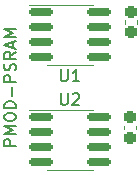
<source format=gto>
G04 #@! TF.GenerationSoftware,KiCad,Pcbnew,6.0.1*
G04 #@! TF.CreationDate,2022-02-12T22:05:26-08:00*
G04 #@! TF.ProjectId,PMOD-PSRAM,504d4f44-2d50-4535-9241-4d2e6b696361,rev?*
G04 #@! TF.SameCoordinates,Original*
G04 #@! TF.FileFunction,Legend,Top*
G04 #@! TF.FilePolarity,Positive*
%FSLAX46Y46*%
G04 Gerber Fmt 4.6, Leading zero omitted, Abs format (unit mm)*
G04 Created by KiCad (PCBNEW 6.0.1) date 2022-02-12 22:05:26*
%MOMM*%
%LPD*%
G01*
G04 APERTURE LIST*
G04 Aperture macros list*
%AMRoundRect*
0 Rectangle with rounded corners*
0 $1 Rounding radius*
0 $2 $3 $4 $5 $6 $7 $8 $9 X,Y pos of 4 corners*
0 Add a 4 corners polygon primitive as box body*
4,1,4,$2,$3,$4,$5,$6,$7,$8,$9,$2,$3,0*
0 Add four circle primitives for the rounded corners*
1,1,$1+$1,$2,$3*
1,1,$1+$1,$4,$5*
1,1,$1+$1,$6,$7*
1,1,$1+$1,$8,$9*
0 Add four rect primitives between the rounded corners*
20,1,$1+$1,$2,$3,$4,$5,0*
20,1,$1+$1,$4,$5,$6,$7,0*
20,1,$1+$1,$6,$7,$8,$9,0*
20,1,$1+$1,$8,$9,$2,$3,0*%
G04 Aperture macros list end*
%ADD10C,0.150000*%
%ADD11C,0.120000*%
%ADD12RoundRect,0.237500X-0.237500X0.300000X-0.237500X-0.300000X0.237500X-0.300000X0.237500X0.300000X0*%
%ADD13RoundRect,0.150000X-0.825000X-0.150000X0.825000X-0.150000X0.825000X0.150000X-0.825000X0.150000X0*%
%ADD14R,1.700000X1.700000*%
%ADD15O,1.700000X1.700000*%
G04 APERTURE END LIST*
D10*
X147127380Y-103352380D02*
X146127380Y-103352380D01*
X146127380Y-102971428D01*
X146175000Y-102876190D01*
X146222619Y-102828571D01*
X146317857Y-102780952D01*
X146460714Y-102780952D01*
X146555952Y-102828571D01*
X146603571Y-102876190D01*
X146651190Y-102971428D01*
X146651190Y-103352380D01*
X147127380Y-102352380D02*
X146127380Y-102352380D01*
X146841666Y-102019047D01*
X146127380Y-101685714D01*
X147127380Y-101685714D01*
X146127380Y-101019047D02*
X146127380Y-100828571D01*
X146175000Y-100733333D01*
X146270238Y-100638095D01*
X146460714Y-100590476D01*
X146794047Y-100590476D01*
X146984523Y-100638095D01*
X147079761Y-100733333D01*
X147127380Y-100828571D01*
X147127380Y-101019047D01*
X147079761Y-101114285D01*
X146984523Y-101209523D01*
X146794047Y-101257142D01*
X146460714Y-101257142D01*
X146270238Y-101209523D01*
X146175000Y-101114285D01*
X146127380Y-101019047D01*
X147127380Y-100161904D02*
X146127380Y-100161904D01*
X146127380Y-99923809D01*
X146175000Y-99780952D01*
X146270238Y-99685714D01*
X146365476Y-99638095D01*
X146555952Y-99590476D01*
X146698809Y-99590476D01*
X146889285Y-99638095D01*
X146984523Y-99685714D01*
X147079761Y-99780952D01*
X147127380Y-99923809D01*
X147127380Y-100161904D01*
X146746428Y-99161904D02*
X146746428Y-98400000D01*
X147127380Y-97923809D02*
X146127380Y-97923809D01*
X146127380Y-97542857D01*
X146175000Y-97447619D01*
X146222619Y-97400000D01*
X146317857Y-97352380D01*
X146460714Y-97352380D01*
X146555952Y-97400000D01*
X146603571Y-97447619D01*
X146651190Y-97542857D01*
X146651190Y-97923809D01*
X147079761Y-96971428D02*
X147127380Y-96828571D01*
X147127380Y-96590476D01*
X147079761Y-96495238D01*
X147032142Y-96447619D01*
X146936904Y-96400000D01*
X146841666Y-96400000D01*
X146746428Y-96447619D01*
X146698809Y-96495238D01*
X146651190Y-96590476D01*
X146603571Y-96780952D01*
X146555952Y-96876190D01*
X146508333Y-96923809D01*
X146413095Y-96971428D01*
X146317857Y-96971428D01*
X146222619Y-96923809D01*
X146175000Y-96876190D01*
X146127380Y-96780952D01*
X146127380Y-96542857D01*
X146175000Y-96400000D01*
X147127380Y-95400000D02*
X146651190Y-95733333D01*
X147127380Y-95971428D02*
X146127380Y-95971428D01*
X146127380Y-95590476D01*
X146175000Y-95495238D01*
X146222619Y-95447619D01*
X146317857Y-95400000D01*
X146460714Y-95400000D01*
X146555952Y-95447619D01*
X146603571Y-95495238D01*
X146651190Y-95590476D01*
X146651190Y-95971428D01*
X146841666Y-95019047D02*
X146841666Y-94542857D01*
X147127380Y-95114285D02*
X146127380Y-94780952D01*
X147127380Y-94447619D01*
X147127380Y-94114285D02*
X146127380Y-94114285D01*
X146841666Y-93780952D01*
X146127380Y-93447619D01*
X147127380Y-93447619D01*
X150913095Y-96877380D02*
X150913095Y-97686904D01*
X150960714Y-97782142D01*
X151008333Y-97829761D01*
X151103571Y-97877380D01*
X151294047Y-97877380D01*
X151389285Y-97829761D01*
X151436904Y-97782142D01*
X151484523Y-97686904D01*
X151484523Y-96877380D01*
X152484523Y-97877380D02*
X151913095Y-97877380D01*
X152198809Y-97877380D02*
X152198809Y-96877380D01*
X152103571Y-97020238D01*
X152008333Y-97115476D01*
X151913095Y-97163095D01*
X150913095Y-98902380D02*
X150913095Y-99711904D01*
X150960714Y-99807142D01*
X151008333Y-99854761D01*
X151103571Y-99902380D01*
X151294047Y-99902380D01*
X151389285Y-99854761D01*
X151436904Y-99807142D01*
X151484523Y-99711904D01*
X151484523Y-98902380D01*
X151913095Y-98997619D02*
X151960714Y-98950000D01*
X152055952Y-98902380D01*
X152294047Y-98902380D01*
X152389285Y-98950000D01*
X152436904Y-98997619D01*
X152484523Y-99092857D01*
X152484523Y-99188095D01*
X152436904Y-99330952D01*
X151865476Y-99902380D01*
X152484523Y-99902380D01*
D11*
X157322500Y-101641233D02*
X157322500Y-101933767D01*
X156302500Y-101641233D02*
X156302500Y-101933767D01*
X151675000Y-91390000D02*
X148225000Y-91390000D01*
X151675000Y-96510000D02*
X153625000Y-96510000D01*
X151675000Y-91390000D02*
X153625000Y-91390000D01*
X151675000Y-96510000D02*
X149725000Y-96510000D01*
X151675000Y-105410000D02*
X149725000Y-105410000D01*
X151675000Y-100290000D02*
X153625000Y-100290000D01*
X151675000Y-105410000D02*
X153625000Y-105410000D01*
X151675000Y-100290000D02*
X148225000Y-100290000D01*
X156315000Y-92741233D02*
X156315000Y-93033767D01*
X157335000Y-92741233D02*
X157335000Y-93033767D01*
%LPC*%
D12*
X156812500Y-100925000D03*
X156812500Y-102650000D03*
D13*
X149200000Y-92045000D03*
X149200000Y-93315000D03*
X149200000Y-94585000D03*
X149200000Y-95855000D03*
X154150000Y-95855000D03*
X154150000Y-94585000D03*
X154150000Y-93315000D03*
X154150000Y-92045000D03*
X149200000Y-100945000D03*
X149200000Y-102215000D03*
X149200000Y-103485000D03*
X149200000Y-104755000D03*
X154150000Y-104755000D03*
X154150000Y-103485000D03*
X154150000Y-102215000D03*
X154150000Y-100945000D03*
D12*
X156825000Y-92025000D03*
X156825000Y-93750000D03*
D14*
X144050000Y-92050000D03*
D15*
X141510000Y-92050000D03*
X144050000Y-94590000D03*
X141510000Y-94590000D03*
X144050000Y-97130000D03*
X141510000Y-97130000D03*
X144050000Y-99670000D03*
X141510000Y-99670000D03*
X144050000Y-102210000D03*
X141510000Y-102210000D03*
X144050000Y-104750000D03*
X141510000Y-104750000D03*
M02*

</source>
